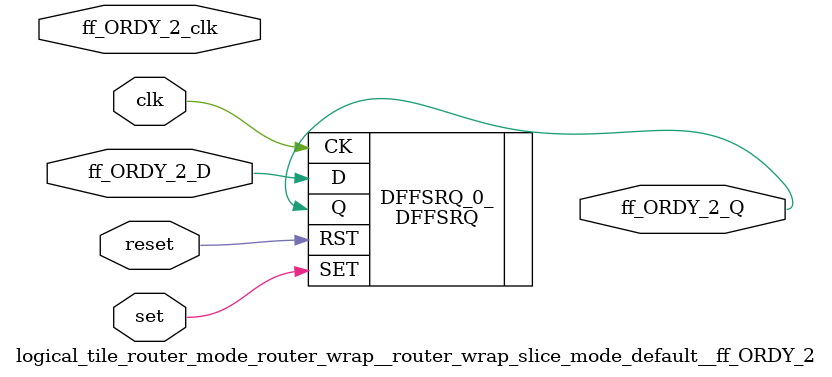
<source format=v>
`default_nettype none

module logical_tile_router_mode_router_wrap__router_wrap_slice_mode_default__ff_ORDY_2(set,
                                                                                       reset,
                                                                                       clk,
                                                                                       ff_ORDY_2_D,
                                                                                       ff_ORDY_2_Q,
                                                                                       ff_ORDY_2_clk);
//----- GLOBAL PORTS -----
input [0:0] set;
//----- GLOBAL PORTS -----
input [0:0] reset;
//----- GLOBAL PORTS -----
input [0:0] clk;
//----- INPUT PORTS -----
input [0:0] ff_ORDY_2_D;
//----- OUTPUT PORTS -----
output [0:0] ff_ORDY_2_Q;
//----- CLOCK PORTS -----
input [0:0] ff_ORDY_2_clk;

//----- BEGIN wire-connection ports -----
wire [0:0] ff_ORDY_2_D;
wire [0:0] ff_ORDY_2_Q;
wire [0:0] ff_ORDY_2_clk;
//----- END wire-connection ports -----


//----- BEGIN Registered ports -----
//----- END Registered ports -----



// ----- BEGIN Local short connections -----
// ----- END Local short connections -----
// ----- BEGIN Local output short connections -----
// ----- END Local output short connections -----

	DFFSRQ DFFSRQ_0_ (
		.SET(set),
		.RST(reset),
		.CK(clk),
		.D(ff_ORDY_2_D),
		.Q(ff_ORDY_2_Q));

endmodule
// ----- END Verilog module for logical_tile_router_mode_router_wrap__router_wrap_slice_mode_default__ff_ORDY_2 -----

//----- Default net type -----
`default_nettype wire




</source>
